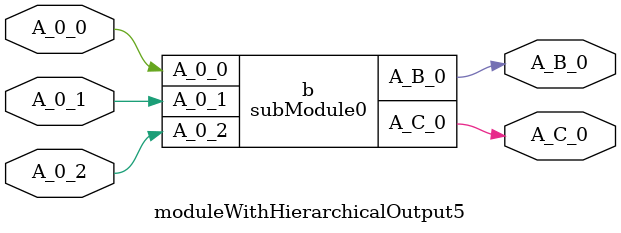
<source format=v>
module subModule0(input A_0_0, input A_0_1, input A_0_2, output A_B_0, output A_C_0);
  assign {A_0_0, A_0_1, A_0_2, A_B_0, A_C_0} = 0;
endmodule

module moduleWithHierarchicalOutput5(input A_0_0, input A_0_1, input A_0_2, output A_B_0, output A_C_0);
  subModule0 b(A_0_0, A_0_1, A_0_2, A_B_0, A_C_0);
endmodule


</source>
